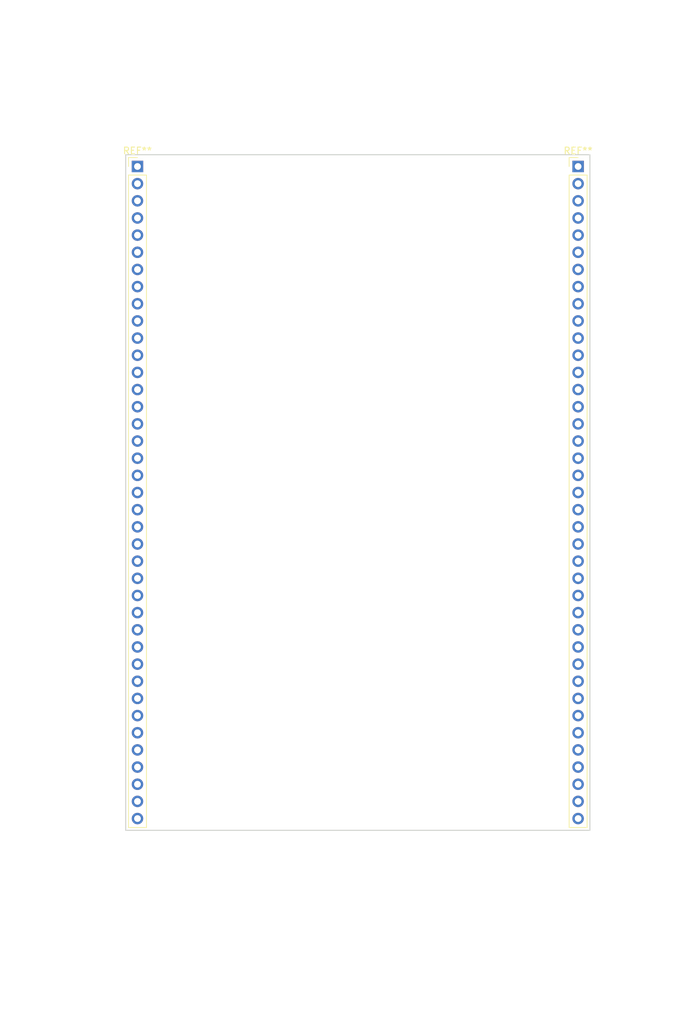
<source format=kicad_pcb>
(kicad_pcb (version 4) (host pcbnew 4.0.7-e2-6376~60~ubuntu17.10.1)

  (general
    (links 0)
    (no_connects 0)
    (area 97.864287 13.85 201.964286 166.900001)
    (thickness 1.6)
    (drawings 32)
    (tracks 0)
    (zones 0)
    (modules 2)
    (nets 1)
  )

  (page A4)
  (layers
    (0 F.Cu signal)
    (31 B.Cu signal)
    (32 B.Adhes user)
    (33 F.Adhes user)
    (34 B.Paste user)
    (35 F.Paste user)
    (36 B.SilkS user)
    (37 F.SilkS user)
    (38 B.Mask user)
    (39 F.Mask user)
    (40 Dwgs.User user)
    (41 Cmts.User user)
    (42 Eco1.User user)
    (43 Eco2.User user)
    (44 Edge.Cuts user)
    (45 Margin user)
    (46 B.CrtYd user)
    (47 F.CrtYd user)
    (48 B.Fab user)
    (49 F.Fab user)
  )

  (setup
    (last_trace_width 0.25)
    (trace_clearance 0.2)
    (zone_clearance 0.508)
    (zone_45_only no)
    (trace_min 0.2)
    (segment_width 0.2)
    (edge_width 0.15)
    (via_size 0.6)
    (via_drill 0.4)
    (via_min_size 0.4)
    (via_min_drill 0.3)
    (uvia_size 0.3)
    (uvia_drill 0.1)
    (uvias_allowed no)
    (uvia_min_size 0.2)
    (uvia_min_drill 0.1)
    (pcb_text_width 0.3)
    (pcb_text_size 1.5 1.5)
    (mod_edge_width 0.15)
    (mod_text_size 1 1)
    (mod_text_width 0.15)
    (pad_size 1.524 1.524)
    (pad_drill 0.762)
    (pad_to_mask_clearance 0.2)
    (aux_axis_origin 0 0)
    (visible_elements FFFFFF7F)
    (pcbplotparams
      (layerselection 0x00030_80000001)
      (usegerberextensions false)
      (excludeedgelayer true)
      (linewidth 0.100000)
      (plotframeref false)
      (viasonmask false)
      (mode 1)
      (useauxorigin false)
      (hpglpennumber 1)
      (hpglpenspeed 20)
      (hpglpendiameter 15)
      (hpglpenoverlay 2)
      (psnegative false)
      (psa4output false)
      (plotreference true)
      (plotvalue true)
      (plotinvisibletext false)
      (padsonsilk false)
      (subtractmaskfromsilk false)
      (outputformat 1)
      (mirror false)
      (drillshape 1)
      (scaleselection 1)
      (outputdirectory ""))
  )

  (net 0 "")

  (net_class Default "This is the default net class."
    (clearance 0.2)
    (trace_width 0.25)
    (via_dia 0.6)
    (via_drill 0.4)
    (uvia_dia 0.3)
    (uvia_drill 0.1)
  )

  (module Pin_Headers:Pin_Header_Straight_1x39_Pitch2.54mm (layer F.Cu) (tedit 59650532) (tstamp 5A796E25)
    (at 117.74 37.99)
    (descr "Through hole straight pin header, 1x39, 2.54mm pitch, single row")
    (tags "Through hole pin header THT 1x39 2.54mm single row")
    (fp_text reference REF** (at 0 -2.33) (layer F.SilkS)
      (effects (font (size 1 1) (thickness 0.15)))
    )
    (fp_text value Pin_Header_Straight_1x39_Pitch2.54mm (at 0 98.85) (layer F.Fab)
      (effects (font (size 1 1) (thickness 0.15)))
    )
    (fp_line (start -0.635 -1.27) (end 1.27 -1.27) (layer F.Fab) (width 0.1))
    (fp_line (start 1.27 -1.27) (end 1.27 97.79) (layer F.Fab) (width 0.1))
    (fp_line (start 1.27 97.79) (end -1.27 97.79) (layer F.Fab) (width 0.1))
    (fp_line (start -1.27 97.79) (end -1.27 -0.635) (layer F.Fab) (width 0.1))
    (fp_line (start -1.27 -0.635) (end -0.635 -1.27) (layer F.Fab) (width 0.1))
    (fp_line (start -1.33 97.85) (end 1.33 97.85) (layer F.SilkS) (width 0.12))
    (fp_line (start -1.33 1.27) (end -1.33 97.85) (layer F.SilkS) (width 0.12))
    (fp_line (start 1.33 1.27) (end 1.33 97.85) (layer F.SilkS) (width 0.12))
    (fp_line (start -1.33 1.27) (end 1.33 1.27) (layer F.SilkS) (width 0.12))
    (fp_line (start -1.33 0) (end -1.33 -1.33) (layer F.SilkS) (width 0.12))
    (fp_line (start -1.33 -1.33) (end 0 -1.33) (layer F.SilkS) (width 0.12))
    (fp_line (start -1.8 -1.8) (end -1.8 98.3) (layer F.CrtYd) (width 0.05))
    (fp_line (start -1.8 98.3) (end 1.8 98.3) (layer F.CrtYd) (width 0.05))
    (fp_line (start 1.8 98.3) (end 1.8 -1.8) (layer F.CrtYd) (width 0.05))
    (fp_line (start 1.8 -1.8) (end -1.8 -1.8) (layer F.CrtYd) (width 0.05))
    (fp_text user %R (at 0 48.26 90) (layer F.Fab)
      (effects (font (size 1 1) (thickness 0.15)))
    )
    (pad 1 thru_hole rect (at 0 0) (size 1.7 1.7) (drill 1) (layers *.Cu *.Mask))
    (pad 2 thru_hole oval (at 0 2.54) (size 1.7 1.7) (drill 1) (layers *.Cu *.Mask))
    (pad 3 thru_hole oval (at 0 5.08) (size 1.7 1.7) (drill 1) (layers *.Cu *.Mask))
    (pad 4 thru_hole oval (at 0 7.62) (size 1.7 1.7) (drill 1) (layers *.Cu *.Mask))
    (pad 5 thru_hole oval (at 0 10.16) (size 1.7 1.7) (drill 1) (layers *.Cu *.Mask))
    (pad 6 thru_hole oval (at 0 12.7) (size 1.7 1.7) (drill 1) (layers *.Cu *.Mask))
    (pad 7 thru_hole oval (at 0 15.24) (size 1.7 1.7) (drill 1) (layers *.Cu *.Mask))
    (pad 8 thru_hole oval (at 0 17.78) (size 1.7 1.7) (drill 1) (layers *.Cu *.Mask))
    (pad 9 thru_hole oval (at 0 20.32) (size 1.7 1.7) (drill 1) (layers *.Cu *.Mask))
    (pad 10 thru_hole oval (at 0 22.86) (size 1.7 1.7) (drill 1) (layers *.Cu *.Mask))
    (pad 11 thru_hole oval (at 0 25.4) (size 1.7 1.7) (drill 1) (layers *.Cu *.Mask))
    (pad 12 thru_hole oval (at 0 27.94) (size 1.7 1.7) (drill 1) (layers *.Cu *.Mask))
    (pad 13 thru_hole oval (at 0 30.48) (size 1.7 1.7) (drill 1) (layers *.Cu *.Mask))
    (pad 14 thru_hole oval (at 0 33.02) (size 1.7 1.7) (drill 1) (layers *.Cu *.Mask))
    (pad 15 thru_hole oval (at 0 35.56) (size 1.7 1.7) (drill 1) (layers *.Cu *.Mask))
    (pad 16 thru_hole oval (at 0 38.1) (size 1.7 1.7) (drill 1) (layers *.Cu *.Mask))
    (pad 17 thru_hole oval (at 0 40.64) (size 1.7 1.7) (drill 1) (layers *.Cu *.Mask))
    (pad 18 thru_hole oval (at 0 43.18) (size 1.7 1.7) (drill 1) (layers *.Cu *.Mask))
    (pad 19 thru_hole oval (at 0 45.72) (size 1.7 1.7) (drill 1) (layers *.Cu *.Mask))
    (pad 20 thru_hole oval (at 0 48.26) (size 1.7 1.7) (drill 1) (layers *.Cu *.Mask))
    (pad 21 thru_hole oval (at 0 50.8) (size 1.7 1.7) (drill 1) (layers *.Cu *.Mask))
    (pad 22 thru_hole oval (at 0 53.34) (size 1.7 1.7) (drill 1) (layers *.Cu *.Mask))
    (pad 23 thru_hole oval (at 0 55.88) (size 1.7 1.7) (drill 1) (layers *.Cu *.Mask))
    (pad 24 thru_hole oval (at 0 58.42) (size 1.7 1.7) (drill 1) (layers *.Cu *.Mask))
    (pad 25 thru_hole oval (at 0 60.96) (size 1.7 1.7) (drill 1) (layers *.Cu *.Mask))
    (pad 26 thru_hole oval (at 0 63.5) (size 1.7 1.7) (drill 1) (layers *.Cu *.Mask))
    (pad 27 thru_hole oval (at 0 66.04) (size 1.7 1.7) (drill 1) (layers *.Cu *.Mask))
    (pad 28 thru_hole oval (at 0 68.58) (size 1.7 1.7) (drill 1) (layers *.Cu *.Mask))
    (pad 29 thru_hole oval (at 0 71.12) (size 1.7 1.7) (drill 1) (layers *.Cu *.Mask))
    (pad 30 thru_hole oval (at 0 73.66) (size 1.7 1.7) (drill 1) (layers *.Cu *.Mask))
    (pad 31 thru_hole oval (at 0 76.2) (size 1.7 1.7) (drill 1) (layers *.Cu *.Mask))
    (pad 32 thru_hole oval (at 0 78.74) (size 1.7 1.7) (drill 1) (layers *.Cu *.Mask))
    (pad 33 thru_hole oval (at 0 81.28) (size 1.7 1.7) (drill 1) (layers *.Cu *.Mask))
    (pad 34 thru_hole oval (at 0 83.82) (size 1.7 1.7) (drill 1) (layers *.Cu *.Mask))
    (pad 35 thru_hole oval (at 0 86.36) (size 1.7 1.7) (drill 1) (layers *.Cu *.Mask))
    (pad 36 thru_hole oval (at 0 88.9) (size 1.7 1.7) (drill 1) (layers *.Cu *.Mask))
    (pad 37 thru_hole oval (at 0 91.44) (size 1.7 1.7) (drill 1) (layers *.Cu *.Mask))
    (pad 38 thru_hole oval (at 0 93.98) (size 1.7 1.7) (drill 1) (layers *.Cu *.Mask))
    (pad 39 thru_hole oval (at 0 96.52) (size 1.7 1.7) (drill 1) (layers *.Cu *.Mask))
    (model ${KISYS3DMOD}/Pin_Headers.3dshapes/Pin_Header_Straight_1x39_Pitch2.54mm.wrl
      (at (xyz 0 0 0))
      (scale (xyz 1 1 1))
      (rotate (xyz 0 0 0))
    )
  )

  (module Pin_Headers:Pin_Header_Straight_1x39_Pitch2.54mm (layer F.Cu) (tedit 59650532) (tstamp 5A795CF6)
    (at 183.05 37.99)
    (descr "Through hole straight pin header, 1x39, 2.54mm pitch, single row")
    (tags "Through hole pin header THT 1x39 2.54mm single row")
    (fp_text reference REF** (at 0 -2.33) (layer F.SilkS)
      (effects (font (size 1 1) (thickness 0.15)))
    )
    (fp_text value Pin_Header_Straight_1x39_Pitch2.54mm (at 0 98.85) (layer F.Fab)
      (effects (font (size 1 1) (thickness 0.15)))
    )
    (fp_line (start -0.635 -1.27) (end 1.27 -1.27) (layer F.Fab) (width 0.1))
    (fp_line (start 1.27 -1.27) (end 1.27 97.79) (layer F.Fab) (width 0.1))
    (fp_line (start 1.27 97.79) (end -1.27 97.79) (layer F.Fab) (width 0.1))
    (fp_line (start -1.27 97.79) (end -1.27 -0.635) (layer F.Fab) (width 0.1))
    (fp_line (start -1.27 -0.635) (end -0.635 -1.27) (layer F.Fab) (width 0.1))
    (fp_line (start -1.33 97.85) (end 1.33 97.85) (layer F.SilkS) (width 0.12))
    (fp_line (start -1.33 1.27) (end -1.33 97.85) (layer F.SilkS) (width 0.12))
    (fp_line (start 1.33 1.27) (end 1.33 97.85) (layer F.SilkS) (width 0.12))
    (fp_line (start -1.33 1.27) (end 1.33 1.27) (layer F.SilkS) (width 0.12))
    (fp_line (start -1.33 0) (end -1.33 -1.33) (layer F.SilkS) (width 0.12))
    (fp_line (start -1.33 -1.33) (end 0 -1.33) (layer F.SilkS) (width 0.12))
    (fp_line (start -1.8 -1.8) (end -1.8 98.3) (layer F.CrtYd) (width 0.05))
    (fp_line (start -1.8 98.3) (end 1.8 98.3) (layer F.CrtYd) (width 0.05))
    (fp_line (start 1.8 98.3) (end 1.8 -1.8) (layer F.CrtYd) (width 0.05))
    (fp_line (start 1.8 -1.8) (end -1.8 -1.8) (layer F.CrtYd) (width 0.05))
    (fp_text user %R (at 0 48.26 90) (layer F.Fab)
      (effects (font (size 1 1) (thickness 0.15)))
    )
    (pad 1 thru_hole rect (at 0 0) (size 1.7 1.7) (drill 1) (layers *.Cu *.Mask))
    (pad 2 thru_hole oval (at 0 2.54) (size 1.7 1.7) (drill 1) (layers *.Cu *.Mask))
    (pad 3 thru_hole oval (at 0 5.08) (size 1.7 1.7) (drill 1) (layers *.Cu *.Mask))
    (pad 4 thru_hole oval (at 0 7.62) (size 1.7 1.7) (drill 1) (layers *.Cu *.Mask))
    (pad 5 thru_hole oval (at 0 10.16) (size 1.7 1.7) (drill 1) (layers *.Cu *.Mask))
    (pad 6 thru_hole oval (at 0 12.7) (size 1.7 1.7) (drill 1) (layers *.Cu *.Mask))
    (pad 7 thru_hole oval (at 0 15.24) (size 1.7 1.7) (drill 1) (layers *.Cu *.Mask))
    (pad 8 thru_hole oval (at 0 17.78) (size 1.7 1.7) (drill 1) (layers *.Cu *.Mask))
    (pad 9 thru_hole oval (at 0 20.32) (size 1.7 1.7) (drill 1) (layers *.Cu *.Mask))
    (pad 10 thru_hole oval (at 0 22.86) (size 1.7 1.7) (drill 1) (layers *.Cu *.Mask))
    (pad 11 thru_hole oval (at 0 25.4) (size 1.7 1.7) (drill 1) (layers *.Cu *.Mask))
    (pad 12 thru_hole oval (at 0 27.94) (size 1.7 1.7) (drill 1) (layers *.Cu *.Mask))
    (pad 13 thru_hole oval (at 0 30.48) (size 1.7 1.7) (drill 1) (layers *.Cu *.Mask))
    (pad 14 thru_hole oval (at 0 33.02) (size 1.7 1.7) (drill 1) (layers *.Cu *.Mask))
    (pad 15 thru_hole oval (at 0 35.56) (size 1.7 1.7) (drill 1) (layers *.Cu *.Mask))
    (pad 16 thru_hole oval (at 0 38.1) (size 1.7 1.7) (drill 1) (layers *.Cu *.Mask))
    (pad 17 thru_hole oval (at 0 40.64) (size 1.7 1.7) (drill 1) (layers *.Cu *.Mask))
    (pad 18 thru_hole oval (at 0 43.18) (size 1.7 1.7) (drill 1) (layers *.Cu *.Mask))
    (pad 19 thru_hole oval (at 0 45.72) (size 1.7 1.7) (drill 1) (layers *.Cu *.Mask))
    (pad 20 thru_hole oval (at 0 48.26) (size 1.7 1.7) (drill 1) (layers *.Cu *.Mask))
    (pad 21 thru_hole oval (at 0 50.8) (size 1.7 1.7) (drill 1) (layers *.Cu *.Mask))
    (pad 22 thru_hole oval (at 0 53.34) (size 1.7 1.7) (drill 1) (layers *.Cu *.Mask))
    (pad 23 thru_hole oval (at 0 55.88) (size 1.7 1.7) (drill 1) (layers *.Cu *.Mask))
    (pad 24 thru_hole oval (at 0 58.42) (size 1.7 1.7) (drill 1) (layers *.Cu *.Mask))
    (pad 25 thru_hole oval (at 0 60.96) (size 1.7 1.7) (drill 1) (layers *.Cu *.Mask))
    (pad 26 thru_hole oval (at 0 63.5) (size 1.7 1.7) (drill 1) (layers *.Cu *.Mask))
    (pad 27 thru_hole oval (at 0 66.04) (size 1.7 1.7) (drill 1) (layers *.Cu *.Mask))
    (pad 28 thru_hole oval (at 0 68.58) (size 1.7 1.7) (drill 1) (layers *.Cu *.Mask))
    (pad 29 thru_hole oval (at 0 71.12) (size 1.7 1.7) (drill 1) (layers *.Cu *.Mask))
    (pad 30 thru_hole oval (at 0 73.66) (size 1.7 1.7) (drill 1) (layers *.Cu *.Mask))
    (pad 31 thru_hole oval (at 0 76.2) (size 1.7 1.7) (drill 1) (layers *.Cu *.Mask))
    (pad 32 thru_hole oval (at 0 78.74) (size 1.7 1.7) (drill 1) (layers *.Cu *.Mask))
    (pad 33 thru_hole oval (at 0 81.28) (size 1.7 1.7) (drill 1) (layers *.Cu *.Mask))
    (pad 34 thru_hole oval (at 0 83.82) (size 1.7 1.7) (drill 1) (layers *.Cu *.Mask))
    (pad 35 thru_hole oval (at 0 86.36) (size 1.7 1.7) (drill 1) (layers *.Cu *.Mask))
    (pad 36 thru_hole oval (at 0 88.9) (size 1.7 1.7) (drill 1) (layers *.Cu *.Mask))
    (pad 37 thru_hole oval (at 0 91.44) (size 1.7 1.7) (drill 1) (layers *.Cu *.Mask))
    (pad 38 thru_hole oval (at 0 93.98) (size 1.7 1.7) (drill 1) (layers *.Cu *.Mask))
    (pad 39 thru_hole oval (at 0 96.52) (size 1.7 1.7) (drill 1) (layers *.Cu *.Mask))
    (model ${KISYS3DMOD}/Pin_Headers.3dshapes/Pin_Header_Straight_1x39_Pitch2.54mm.wrl
      (at (xyz 0 0 0))
      (scale (xyz 1 1 1))
      (rotate (xyz 0 0 0))
    )
  )

  (dimension 3 (width 0.3) (layer Cmts.User)
    (gr_text "3,000 mm" (at 191.55 23.5 90) (layer Cmts.User)
      (effects (font (size 1.5 1.5) (thickness 0.3)))
    )
    (feature1 (pts (xy 173.3 22) (xy 192.9 22)))
    (feature2 (pts (xy 173.3 25) (xy 192.9 25)))
    (crossbar (pts (xy 190.2 25) (xy 190.2 22)))
    (arrow1a (pts (xy 190.2 22) (xy 190.786421 23.126504)))
    (arrow1b (pts (xy 190.2 22) (xy 189.613579 23.126504)))
    (arrow2a (pts (xy 190.2 25) (xy 190.786421 23.873496)))
    (arrow2b (pts (xy 190.2 25) (xy 189.613579 23.873496)))
  )
  (dimension 68.8 (width 0.3) (layer Cmts.User)
    (gr_text "68,800 mm" (at 150.4 15.2) (layer Cmts.User)
      (effects (font (size 1.5 1.5) (thickness 0.3)))
    )
    (feature1 (pts (xy 184.8 36.25) (xy 184.8 13.85)))
    (feature2 (pts (xy 116 36.25) (xy 116 13.85)))
    (crossbar (pts (xy 116 16.55) (xy 184.8 16.55)))
    (arrow1a (pts (xy 184.8 16.55) (xy 183.673496 17.136421)))
    (arrow1b (pts (xy 184.8 16.55) (xy 183.673496 15.963579)))
    (arrow2a (pts (xy 116 16.55) (xy 117.126504 17.136421)))
    (arrow2b (pts (xy 116 16.55) (xy 117.126504 15.963579)))
  )
  (dimension 100 (width 0.3) (layer Cmts.User)
    (gr_text "100,000 mm" (at 194.75 86.25 270) (layer Cmts.User)
      (effects (font (size 1.5 1.5) (thickness 0.3)))
    )
    (feature1 (pts (xy 184.8 136.25) (xy 196.1 136.25)))
    (feature2 (pts (xy 184.8 36.25) (xy 196.1 36.25)))
    (crossbar (pts (xy 193.4 36.25) (xy 193.4 136.25)))
    (arrow1a (pts (xy 193.4 136.25) (xy 192.813579 135.123496)))
    (arrow1b (pts (xy 193.4 136.25) (xy 193.986421 135.123496)))
    (arrow2a (pts (xy 193.4 36.25) (xy 192.813579 37.376504)))
    (arrow2b (pts (xy 193.4 36.25) (xy 193.986421 37.376504)))
  )
  (dimension 130.5 (width 0.3) (layer Cmts.User)
    (gr_text "130,500 mm" (at 189.25 87.25 90) (layer Cmts.User)
      (effects (font (size 1.5 1.5) (thickness 0.3)))
    )
    (feature1 (pts (xy 185.8 22) (xy 190.6 22)))
    (feature2 (pts (xy 185.8 152.5) (xy 190.6 152.5)))
    (crossbar (pts (xy 187.9 152.5) (xy 187.9 22)))
    (arrow1a (pts (xy 187.9 22) (xy 188.486421 23.126504)))
    (arrow1b (pts (xy 187.9 22) (xy 187.313579 23.126504)))
    (arrow2a (pts (xy 187.9 152.5) (xy 188.486421 151.373496)))
    (arrow2b (pts (xy 187.9 152.5) (xy 187.313579 151.373496)))
  )
  (gr_line (start 171.8 25) (end 174.8 25) (angle 90) (layer F.Fab) (width 0.2))
  (gr_circle (center 173.3 25) (end 173.3 23.5) (layer F.Fab) (width 0.2))
  (gr_line (start 173.3 23.5) (end 173.3 26.5) (angle 90) (layer F.Fab) (width 0.2) (tstamp 5A778302))
  (gr_line (start 121 25) (end 124 25) (angle 90) (layer F.Fab) (width 0.2))
  (gr_line (start 122.5 23.5) (end 122.5 26.5) (angle 90) (layer F.Fab) (width 0.2))
  (gr_circle (center 122.5 25) (end 124 25) (layer F.Fab) (width 0.2))
  (dimension 70.8 (width 0.3) (layer Cmts.User)
    (gr_text "70,800 mm" (at 150.4 18.75) (layer Cmts.User)
      (effects (font (size 1.5 1.5) (thickness 0.3)))
    )
    (feature1 (pts (xy 115 22) (xy 115 17.4)))
    (feature2 (pts (xy 185.8 22) (xy 185.8 17.4)))
    (crossbar (pts (xy 185.8 20.1) (xy 115 20.1)))
    (arrow1a (pts (xy 115 20.1) (xy 116.126504 19.513579)))
    (arrow1b (pts (xy 115 20.1) (xy 116.126504 20.686421)))
    (arrow2a (pts (xy 185.8 20.1) (xy 184.673496 19.513579)))
    (arrow2b (pts (xy 185.8 20.1) (xy 184.673496 20.686421)))
  )
  (dimension 8.5 (width 0.3) (layer Cmts.User)
    (gr_text "8,500 mm" (at 103.65 148.25 90) (layer Cmts.User)
      (effects (font (size 1.5 1.5) (thickness 0.3)))
    )
    (feature1 (pts (xy 116 144) (xy 102.3 144)))
    (feature2 (pts (xy 116 152.5) (xy 102.3 152.5)))
    (crossbar (pts (xy 105 152.5) (xy 105 144)))
    (arrow1a (pts (xy 105 144) (xy 105.586421 145.126504)))
    (arrow1b (pts (xy 105 144) (xy 104.413579 145.126504)))
    (arrow2a (pts (xy 105 152.5) (xy 105.586421 151.373496)))
    (arrow2b (pts (xy 105 152.5) (xy 104.413579 151.373496)))
  )
  (dimension 50.8 (width 0.3) (layer Cmts.User)
    (gr_text "50,800 mm" (at 147.9 165.55) (layer Cmts.User)
      (effects (font (size 1.5 1.5) (thickness 0.3)))
    )
    (feature1 (pts (xy 173.3 149.5) (xy 173.3 166.9)))
    (feature2 (pts (xy 122.5 149.5) (xy 122.5 166.9)))
    (crossbar (pts (xy 122.5 164.2) (xy 173.3 164.2)))
    (arrow1a (pts (xy 173.3 164.2) (xy 172.173496 164.786421)))
    (arrow1b (pts (xy 173.3 164.2) (xy 172.173496 163.613579)))
    (arrow2a (pts (xy 122.5 164.2) (xy 123.626504 164.786421)))
    (arrow2b (pts (xy 122.5 164.2) (xy 123.626504 163.613579)))
  )
  (dimension 58.3 (width 0.3) (layer Cmts.User)
    (gr_text "58,300 mm" (at 144.15 161.85) (layer Cmts.User)
      (effects (font (size 1.5 1.5) (thickness 0.3)))
    )
    (feature1 (pts (xy 173.3 149.5) (xy 173.3 163.2)))
    (feature2 (pts (xy 115 149.5) (xy 115 163.2)))
    (crossbar (pts (xy 115 160.5) (xy 173.3 160.5)))
    (arrow1a (pts (xy 173.3 160.5) (xy 172.173496 161.086421)))
    (arrow1b (pts (xy 173.3 160.5) (xy 172.173496 159.913579)))
    (arrow2a (pts (xy 115 160.5) (xy 116.126504 161.086421)))
    (arrow2b (pts (xy 115 160.5) (xy 116.126504 159.913579)))
  )
  (gr_line (start 171.8 149.5) (end 174.8 149.5) (angle 90) (layer F.Fab) (width 0.2))
  (gr_circle (center 173.3 149.5) (end 174.8 149.5) (layer F.Fab) (width 0.2))
  (gr_line (start 173.3 151) (end 173.3 148) (angle 90) (layer F.Fab) (width 0.2) (tstamp 5A76B170))
  (gr_line (start 121.5 149.5) (end 122 149.5) (angle 90) (layer F.Fab) (width 0.2))
  (gr_line (start 122.5 151) (end 122.5 148) (angle 90) (layer F.Fab) (width 0.2))
  (gr_line (start 121 149.5) (end 124 149.5) (angle 90) (layer F.Fab) (width 0.2))
  (dimension 3 (width 0.3) (layer Cmts.User)
    (gr_text "3,000 mm" (at 109.5 152 270) (layer Cmts.User)
      (effects (font (size 1.5 1.5) (thickness 0.3)))
    )
    (feature1 (pts (xy 122.5 152.5) (xy 110.8 152.5)))
    (feature2 (pts (xy 122.5 149.5) (xy 110.8 149.5)))
    (crossbar (pts (xy 113.5 149.5) (xy 113.5 152.5)))
    (arrow1a (pts (xy 113.5 152.5) (xy 112.913579 151.373496)))
    (arrow1b (pts (xy 113.5 152.5) (xy 114.086421 151.373496)))
    (arrow2a (pts (xy 113.5 149.5) (xy 112.913579 150.626504)))
    (arrow2b (pts (xy 113.5 149.5) (xy 114.086421 150.626504)))
  )
  (dimension 7.5 (width 0.3) (layer Cmts.User)
    (gr_text "7,500 mm" (at 119 158) (layer Cmts.User)
      (effects (font (size 1.5 1.5) (thickness 0.3)))
    )
    (feature1 (pts (xy 122.5 149.5) (xy 122.5 156.7)))
    (feature2 (pts (xy 115 149.5) (xy 115 156.7)))
    (crossbar (pts (xy 115 154) (xy 122.5 154)))
    (arrow1a (pts (xy 122.5 154) (xy 121.373496 154.586421)))
    (arrow1b (pts (xy 122.5 154) (xy 121.373496 153.413579)))
    (arrow2a (pts (xy 115 154) (xy 116.126504 154.586421)))
    (arrow2b (pts (xy 115 154) (xy 116.126504 153.413579)))
  )
  (dimension 7.5 (width 0.3) (layer Cmts.User)
    (gr_text "7,500 mm" (at 119 159.5) (layer Cmts.User) (tstamp 5A76AFB2)
      (effects (font (size 1.5 1.5) (thickness 0.3)))
    )
    (feature1 (pts (xy 122.5 152.5) (xy 122.5 160.2)))
    (feature2 (pts (xy 115 152.5) (xy 115 160.2)))
    (crossbar (pts (xy 115 157.5) (xy 122.5 157.5)))
    (arrow1a (pts (xy 122.5 157.5) (xy 121.373496 158.086421)))
    (arrow1b (pts (xy 122.5 157.5) (xy 121.373496 156.913579)))
    (arrow2a (pts (xy 115 157.5) (xy 116.126504 158.086421)))
    (arrow2b (pts (xy 115 157.5) (xy 116.126504 156.913579)))
  )
  (gr_circle (center 122.5 149.5) (end 121.5 150.5) (layer F.Fab) (width 0.2))
  (gr_line (start 184.8 36.25) (end 184.8 136.25) (angle 90) (layer Edge.Cuts) (width 0.15) (tstamp 5A76ADBD))
  (gr_line (start 116 136.25) (end 184.8 136.25) (angle 90) (layer Edge.Cuts) (width 0.15) (tstamp 5A76ADAE))
  (gr_line (start 116 36.25) (end 184.8 36.25) (angle 90) (layer Edge.Cuts) (width 0.15))
  (gr_line (start 116 36.25) (end 116 136.25) (angle 90) (layer Edge.Cuts) (width 0.15))
  (gr_line (start 115 22) (end 185.8 22) (angle 90) (layer F.Fab) (width 0.2))
  (gr_line (start 185.8 152.5) (end 185.8 22) (angle 90) (layer F.Fab) (width 0.2))
  (gr_line (start 115 152.5) (end 185.8 152.5) (angle 90) (layer F.Fab) (width 0.2))
  (gr_line (start 115 152.5) (end 115 22) (angle 90) (layer F.Fab) (width 0.2))

)

</source>
